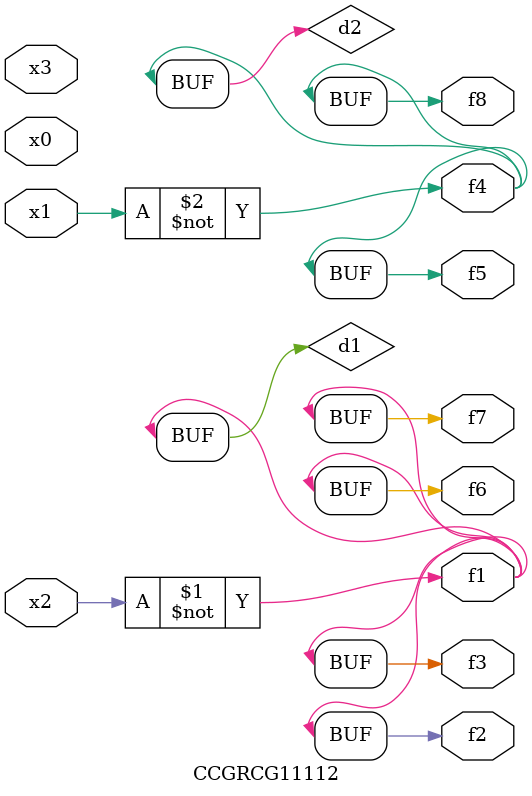
<source format=v>
module CCGRCG11112(
	input x0, x1, x2, x3,
	output f1, f2, f3, f4, f5, f6, f7, f8
);

	wire d1, d2;

	xnor (d1, x2);
	not (d2, x1);
	assign f1 = d1;
	assign f2 = d1;
	assign f3 = d1;
	assign f4 = d2;
	assign f5 = d2;
	assign f6 = d1;
	assign f7 = d1;
	assign f8 = d2;
endmodule

</source>
